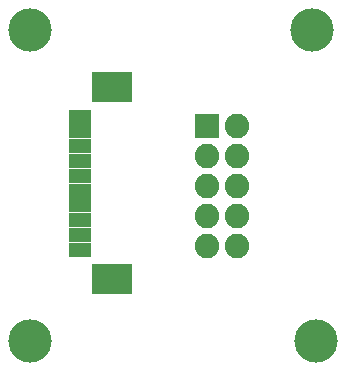
<source format=gbr>
G04 #@! TF.FileFunction,Soldermask,Bot*
%FSLAX46Y46*%
G04 Gerber Fmt 4.6, Leading zero omitted, Abs format (unit mm)*
G04 Created by KiCad (PCBNEW 4.0.6) date 03/10/20 09:40:22*
%MOMM*%
%LPD*%
G01*
G04 APERTURE LIST*
%ADD10C,0.100000*%
%ADD11C,3.663900*%
%ADD12R,1.900000X1.200000*%
%ADD13R,3.500000X2.600000*%
%ADD14R,2.082800X2.082800*%
%ADD15C,2.082800*%
G04 APERTURE END LIST*
D10*
D11*
X124383800Y-93091000D03*
X124104400Y-66751200D03*
X100199776Y-93091000D03*
X100199576Y-66751200D03*
D12*
X104438000Y-74061000D03*
X104438000Y-75311000D03*
X104438000Y-76561000D03*
X104438000Y-77811000D03*
X104438000Y-79061000D03*
X104438000Y-80311000D03*
X104438000Y-81561000D03*
X104438000Y-82811000D03*
X104438000Y-84061000D03*
X104438000Y-85311000D03*
D13*
X107188000Y-71561000D03*
X107188000Y-87811000D03*
D14*
X115234860Y-74841100D03*
D15*
X117774860Y-74841100D03*
X115234860Y-77381100D03*
X117774860Y-77381100D03*
X115234860Y-79921100D03*
X117774860Y-79921100D03*
X115234860Y-82461100D03*
X117774860Y-82461100D03*
X115234860Y-85001100D03*
X117774860Y-85001100D03*
M02*

</source>
